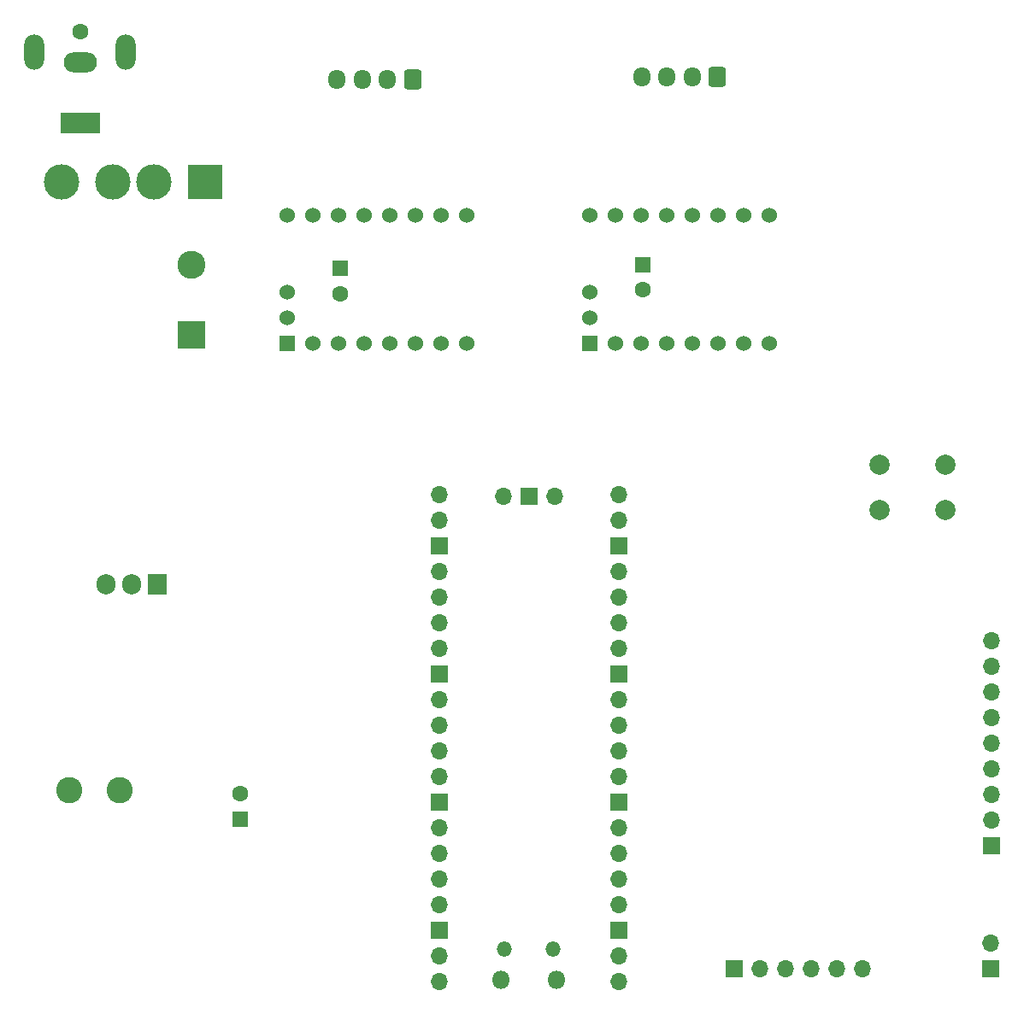
<source format=gbr>
%TF.GenerationSoftware,KiCad,Pcbnew,6.0.9-8da3e8f707~117~ubuntu22.04.1*%
%TF.CreationDate,2022-11-25T15:55:34-05:00*%
%TF.ProjectId,can-crusher,63616e2d-6372-4757-9368-65722e6b6963,2*%
%TF.SameCoordinates,Original*%
%TF.FileFunction,Soldermask,Bot*%
%TF.FilePolarity,Negative*%
%FSLAX46Y46*%
G04 Gerber Fmt 4.6, Leading zero omitted, Abs format (unit mm)*
G04 Created by KiCad (PCBNEW 6.0.9-8da3e8f707~117~ubuntu22.04.1) date 2022-11-25 15:55:34*
%MOMM*%
%LPD*%
G01*
G04 APERTURE LIST*
G04 Aperture macros list*
%AMRoundRect*
0 Rectangle with rounded corners*
0 $1 Rounding radius*
0 $2 $3 $4 $5 $6 $7 $8 $9 X,Y pos of 4 corners*
0 Add a 4 corners polygon primitive as box body*
4,1,4,$2,$3,$4,$5,$6,$7,$8,$9,$2,$3,0*
0 Add four circle primitives for the rounded corners*
1,1,$1+$1,$2,$3*
1,1,$1+$1,$4,$5*
1,1,$1+$1,$6,$7*
1,1,$1+$1,$8,$9*
0 Add four rect primitives between the rounded corners*
20,1,$1+$1,$2,$3,$4,$5,0*
20,1,$1+$1,$4,$5,$6,$7,0*
20,1,$1+$1,$6,$7,$8,$9,0*
20,1,$1+$1,$8,$9,$2,$3,0*%
G04 Aperture macros list end*
%ADD10R,3.500000X3.500000*%
%ADD11C,3.500000*%
%ADD12R,1.600000X1.600000*%
%ADD13C,1.600000*%
%ADD14R,1.905000X2.000000*%
%ADD15O,1.905000X2.000000*%
%ADD16RoundRect,0.250000X0.600000X0.725000X-0.600000X0.725000X-0.600000X-0.725000X0.600000X-0.725000X0*%
%ADD17O,1.700000X1.950000*%
%ADD18R,1.524000X1.524000*%
%ADD19C,1.524000*%
%ADD20R,1.700000X1.700000*%
%ADD21O,1.700000X1.700000*%
%ADD22C,2.775000*%
%ADD23R,2.775000X2.775000*%
%ADD24O,1.800000X1.800000*%
%ADD25O,1.500000X1.500000*%
%ADD26R,4.000000X2.000000*%
%ADD27O,3.300000X2.000000*%
%ADD28O,2.000000X3.500000*%
%ADD29C,2.000000*%
%ADD30C,2.600000*%
G04 APERTURE END LIST*
D10*
%TO.C,X1*%
X115292500Y-69331000D03*
D11*
X106152500Y-69331000D03*
X110212500Y-69331000D03*
X101072500Y-69331000D03*
%TD*%
D12*
%TO.C,C2*%
X128651000Y-77938621D03*
D13*
X128651000Y-80438621D03*
%TD*%
D14*
%TO.C,Q1*%
X110490000Y-109220000D03*
D15*
X107950000Y-109220000D03*
X105410000Y-109220000D03*
%TD*%
D16*
%TO.C,J1*%
X166000000Y-58945000D03*
D17*
X163500000Y-58945000D03*
X161000000Y-58945000D03*
X158500000Y-58945000D03*
%TD*%
D18*
%TO.C,U1*%
X153362500Y-85350000D03*
D19*
X155902500Y-85350000D03*
X158442500Y-85350000D03*
X160982500Y-85350000D03*
X163522500Y-85350000D03*
X166062500Y-85350000D03*
X168602500Y-85350000D03*
X171142500Y-85350000D03*
X171142500Y-72650000D03*
X168602500Y-72650000D03*
X166062500Y-72650000D03*
X163522500Y-72650000D03*
X160982500Y-72650000D03*
X158442500Y-72650000D03*
X155902500Y-72650000D03*
X153362500Y-72650000D03*
X153362500Y-80270000D03*
X153362500Y-82810000D03*
%TD*%
D20*
%TO.C,J2*%
X167640000Y-147320000D03*
D21*
X170180000Y-147320000D03*
X172720000Y-147320000D03*
X175260000Y-147320000D03*
X177800000Y-147320000D03*
X180340000Y-147320000D03*
%TD*%
D22*
%TO.C,SW3*%
X113896500Y-77553750D03*
D23*
X113896500Y-84553750D03*
%TD*%
D20*
%TO.C,J6*%
X193167000Y-135128000D03*
D21*
X193167000Y-132588000D03*
X193167000Y-130048000D03*
X193167000Y-127508000D03*
X193167000Y-124968000D03*
X193167000Y-122428000D03*
X193167000Y-119888000D03*
X193167000Y-117348000D03*
X193167000Y-114808000D03*
%TD*%
D24*
%TO.C,U2*%
X150045000Y-148460000D03*
D25*
X149745000Y-145430000D03*
D24*
X144595000Y-148460000D03*
D25*
X144895000Y-145430000D03*
D21*
X156210000Y-148590000D03*
X156210000Y-146050000D03*
D20*
X156210000Y-143510000D03*
D21*
X156210000Y-140970000D03*
X156210000Y-138430000D03*
X156210000Y-135890000D03*
X156210000Y-133350000D03*
D20*
X156210000Y-130810000D03*
D21*
X156210000Y-128270000D03*
X156210000Y-125730000D03*
X156210000Y-123190000D03*
X156210000Y-120650000D03*
D20*
X156210000Y-118110000D03*
D21*
X156210000Y-115570000D03*
X156210000Y-113030000D03*
X156210000Y-110490000D03*
X156210000Y-107950000D03*
D20*
X156210000Y-105410000D03*
D21*
X156210000Y-102870000D03*
X156210000Y-100330000D03*
X138430000Y-100330000D03*
X138430000Y-102870000D03*
D20*
X138430000Y-105410000D03*
D21*
X138430000Y-107950000D03*
X138430000Y-110490000D03*
X138430000Y-113030000D03*
X138430000Y-115570000D03*
D20*
X138430000Y-118110000D03*
D21*
X138430000Y-120650000D03*
X138430000Y-123190000D03*
X138430000Y-125730000D03*
X138430000Y-128270000D03*
D20*
X138430000Y-130810000D03*
D21*
X138430000Y-133350000D03*
X138430000Y-135890000D03*
X138430000Y-138430000D03*
X138430000Y-140970000D03*
D20*
X138430000Y-143510000D03*
D21*
X138430000Y-146050000D03*
X138430000Y-148590000D03*
X149860000Y-100560000D03*
D20*
X147320000Y-100560000D03*
D21*
X144780000Y-100560000D03*
%TD*%
D13*
%TO.C,J5*%
X102870000Y-54500000D03*
D26*
X102870000Y-63500000D03*
D27*
X102870000Y-57500000D03*
D28*
X107370000Y-56500000D03*
X98370000Y-56500000D03*
%TD*%
D16*
%TO.C,J4*%
X135830000Y-59199000D03*
D17*
X133330000Y-59199000D03*
X130830000Y-59199000D03*
X128330000Y-59199000D03*
%TD*%
D18*
%TO.C,U3*%
X123362500Y-85350000D03*
D19*
X125902500Y-85350000D03*
X128442500Y-85350000D03*
X130982500Y-85350000D03*
X133522500Y-85350000D03*
X136062500Y-85350000D03*
X138602500Y-85350000D03*
X141142500Y-85350000D03*
X141142500Y-72650000D03*
X138602500Y-72650000D03*
X136062500Y-72650000D03*
X133522500Y-72650000D03*
X130982500Y-72650000D03*
X128442500Y-72650000D03*
X125902500Y-72650000D03*
X123362500Y-72650000D03*
X123362500Y-80270000D03*
X123362500Y-82810000D03*
%TD*%
D12*
%TO.C,C3*%
X118745000Y-132500380D03*
D13*
X118745000Y-130000380D03*
%TD*%
D29*
%TO.C,SW1*%
X182095000Y-97409000D03*
X188595000Y-97409000D03*
X182095000Y-101909000D03*
X188595000Y-101909000D03*
%TD*%
D20*
%TO.C,J3*%
X193040000Y-147320000D03*
D21*
X193040000Y-144780000D03*
%TD*%
D12*
%TO.C,C1*%
X158623000Y-77557621D03*
D13*
X158623000Y-80057621D03*
%TD*%
D30*
%TO.C,L1*%
X106807000Y-129667000D03*
X101807000Y-129667000D03*
%TD*%
M02*

</source>
